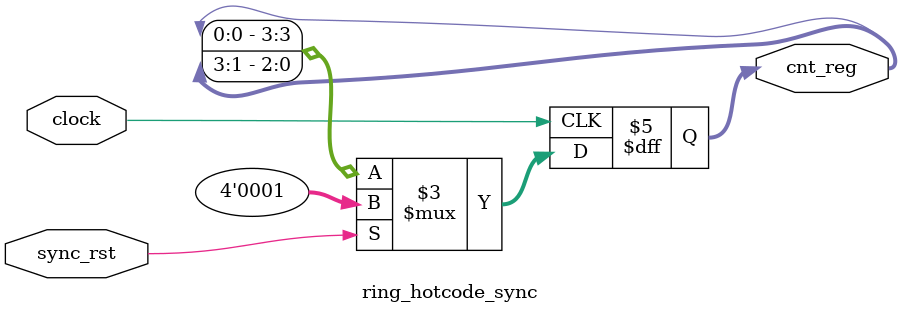
<source format=sv>
module ring_hotcode_sync (
    input clock, sync_rst,
    output reg [3:0] cnt_reg
);
always @(posedge clock) begin
    if (sync_rst) cnt_reg <= 4'b0001;
    else cnt_reg <= {cnt_reg[0], cnt_reg[3:1]};
end
endmodule

</source>
